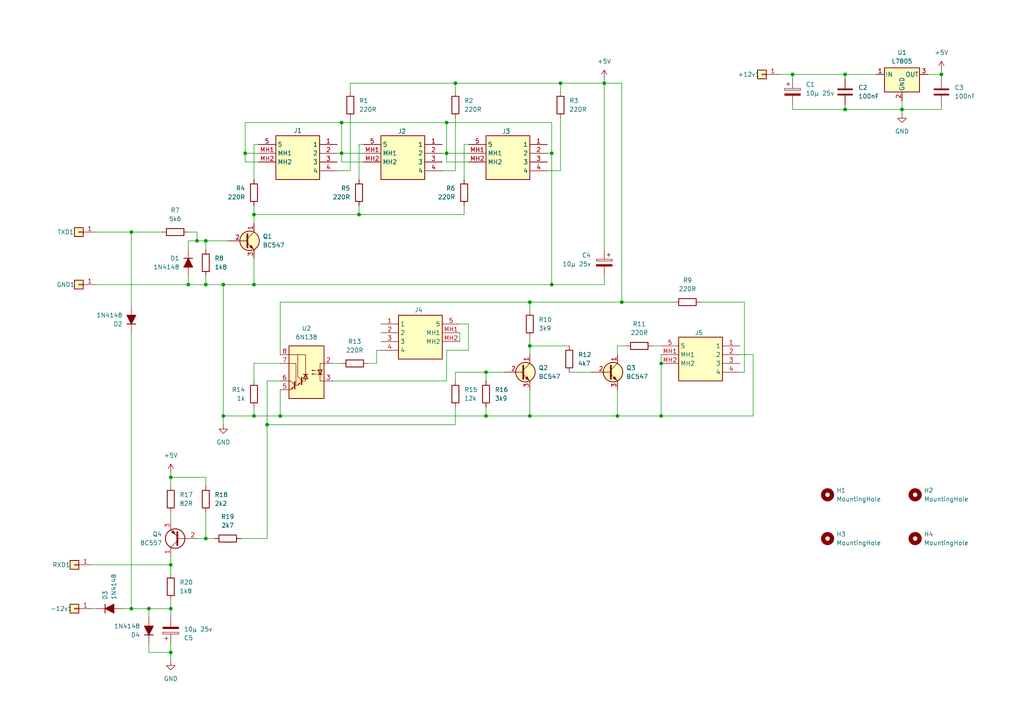
<source format=kicad_sch>
(kicad_sch (version 20250114) (generator "eeschema") (generator_version "9.0")
  (paper "A4")
  (lib_symbols
    (symbol "Connector_Generic:Conn_01x01" (pin_names (offset 1.016) (hide yes))
      (property "Reference" "J" (at 0 2.54 0))
      (property "Value" "Conn_01x01" (at 0 -2.54 0))
      (symbol "Conn_01x01_1_1"
        (rectangle (start -1.27 1.27) (end 1.27 -1.27) (stroke (width 0.254)) (fill (type background)))
        (rectangle (start -1.27 0.127) (end 0 -0.127) (stroke (width 0.1524)))
        (pin passive line (at -5.08 0 0) (length 3.81) (name "Pin_1") (number "1"))
      )
    )
    (symbol "Device:C" (pin_numbers (hide yes)) (pin_names (offset 0.254))
      (property "Reference" "C" (at 0.635 2.54 0))
      (property "Value" "C" (at 0.635 -2.54 0))
      (symbol "C_0_1"
        (polyline (pts (xy -2.032 0.762) (xy 2.032 0.762)) (stroke (width 0.508)))
        (polyline (pts (xy -2.032 -0.762) (xy 2.032 -0.762)) (stroke (width 0.508)))
      )
      (symbol "C_1_1"
        (pin passive line (at 0 3.81 270) (length 2.794) (name "~") (number "1"))
        (pin passive line (at 0 -3.81 90) (length 2.794) (name "~") (number "2"))
      )
    )
    (symbol "Device:C_Polarized" (pin_numbers (hide yes)) (pin_names (offset 0.254))
      (property "Reference" "C" (at 0.635 2.54 0))
      (property "Value" "C_Polarized" (at 0.635 -2.54 0))
      (symbol "C_Polarized_0_1"
        (rectangle (start -2.286 0.508) (end 2.286 1.016))
        (polyline (pts (xy -1.778 2.286) (xy -0.762 2.286)))
        (polyline (pts (xy -1.27 2.794) (xy -1.27 1.778)))
        (rectangle (start 2.286 -0.508) (end -2.286 -1.016) (fill (type outline)))
      )
      (symbol "C_Polarized_1_1"
        (pin passive line (at 0 3.81 270) (length 2.794) (name "~") (number "1"))
        (pin passive line (at 0 -3.81 90) (length 2.794) (name "~") (number "2"))
      )
    )
    (symbol "Device:R" (pin_numbers (hide yes)) (pin_names (offset 0))
      (property "Reference" "R" (at 2.032 0 90))
      (property "Value" "R" (at 0 0 90))
      (symbol "R_0_1"
        (rectangle (start -1.016 -2.54) (end 1.016 2.54) (stroke (width 0.254)))
      )
      (symbol "R_1_1"
        (pin passive line (at 0 3.81 270) (length 1.27) (name "~") (number "1"))
        (pin passive line (at 0 -3.81 90) (length 1.27) (name "~") (number "2"))
      )
    )
    (symbol "Isolator:6N138" (pin_names (offset 1.016) (hide yes))
      (property "Reference" "U" (at -4.064 8.89 0))
      (property "Value" "6N138" (at 2.286 8.89 0))
      (symbol "6N138_0_1"
        (rectangle (start -5.08 7.62) (end 5.08 -7.62) (stroke (width 0.254)) (fill (type background)))
        (polyline (pts (xy -5.08 -2.54) (xy -3.937 -2.54) (xy -3.937 2.54) (xy -5.08 2.54)))
        (polyline (pts (xy -4.572 -0.635) (xy -3.302 -0.635)) (stroke (width 0.254)))
        (polyline (pts (xy -3.937 -0.635) (xy -4.572 0.635) (xy -3.302 0.635) (xy -3.937 -0.635)) (stroke (width 0.254)))
        (polyline (pts (xy -2.794 0.508) (xy -1.524 0.508) (xy -1.905 0.381) (xy -1.905 0.635) (xy -1.524 0.508)))
        (polyline (pts (xy -2.794 -0.508) (xy -1.524 -0.508) (xy -1.905 -0.635) (xy -1.905 -0.381) (xy -1.524 -0.508)))
        (polyline (pts (xy 0.254 -0.635) (xy 0.889 -1.905) (xy -0.381 -1.905) (xy 0.254 -0.635)) (stroke (width 0.254)))
        (polyline (pts (xy 0.889 -0.635) (xy -0.381 -0.635)) (stroke (width 0.254)))
        (polyline (pts (xy 1.27 -2.54) (xy 0.254 -2.54) (xy 0.254 5.08) (xy 2.54 5.08)))
        (polyline (pts (xy 1.397 -1.524) (xy 1.397 -3.556) (xy 1.397 -3.556)) (stroke (width 0.3556)))
        (polyline (pts (xy 1.397 -2.413) (xy 2.54 -1.27)))
        (polyline (pts (xy 1.397 -2.667) (xy 2.54 -3.81)))
        (polyline (pts (xy 2.413 -3.683) (xy 2.159 -3.175) (xy 1.905 -3.429) (xy 2.413 -3.683)))
        (polyline (pts (xy 2.54 -1.27) (xy 2.54 5.08) (xy 5.08 5.08)))
        (polyline (pts (xy 2.54 -3.81) (xy 3.175 -3.81)))
        (polyline (pts (xy 3.429 -2.794) (xy 3.429 -4.826) (xy 3.429 -4.826)) (stroke (width 0.3556)))
        (polyline (pts (xy 3.429 -3.683) (xy 4.572 -2.54)))
        (polyline (pts (xy 3.429 -3.937) (xy 4.572 -5.08)))
        (polyline (pts (xy 4.445 -4.953) (xy 4.191 -4.445) (xy 3.937 -4.699) (xy 4.445 -4.953)))
        (polyline (pts (xy 4.572 -2.54) (xy 5.08 -2.54)))
        (polyline (pts (xy 4.572 -5.08) (xy 5.08 -5.08)))
        (polyline (pts (xy 5.08 2.54) (xy 3.048 2.54) (xy 3.048 -3.81)))
      )
      (symbol "6N138_1_1"
        (pin passive line (at -7.62 2.54 0) (length 2.54) (name "C1") (number "2"))
        (pin passive line (at -7.62 -2.54 0) (length 2.54) (name "C2") (number "3"))
        (pin no_connect line (at -5.08 5.08 0) (length 2.54) (hide yes) (name "NC") (number "1"))
        (pin no_connect line (at -5.08 -5.08 0) (length 2.54) (hide yes) (name "NC") (number "4"))
        (pin passive line (at 7.62 5.08 180) (length 2.54) (name "VCC") (number "8"))
        (pin passive line (at 7.62 2.54 180) (length 2.54) (name "VO1") (number "7"))
        (pin passive line (at 7.62 -2.54 180) (length 2.54) (name "VO2") (number "6"))
        (pin passive line (at 7.62 -5.08 180) (length 2.54) (name "GND") (number "5"))
      )
    )
    (symbol "KCDX-5S-N:KCDX-5S-N"
      (property "Reference" "J" (at 19.05 7.62 0))
      (property "Value" "KCDX-5S-N" (at 19.05 5.08 0))
      (symbol "KCDX-5S-N_1_1"
        (rectangle (start 5.08 2.54) (end 17.78 -10.16) (stroke (width 0.254)) (fill (type background)))
        (pin passive line (at 0 0 0) (length 5.08) (name "1") (number "1"))
        (pin passive line (at 0 -2.54 0) (length 5.08) (name "2") (number "2"))
        (pin passive line (at 0 -5.08 0) (length 5.08) (name "3") (number "3"))
        (pin passive line (at 0 -7.62 0) (length 5.08) (name "4") (number "4"))
        (pin passive line (at 22.86 0 180) (length 5.08) (name "5") (number "5"))
        (pin passive line (at 22.86 -2.54 180) (length 5.08) (name "MH1") (number "MH1"))
        (pin passive line (at 22.86 -5.08 180) (length 5.08) (name "MH2") (number "MH2"))
      )
    )
    (symbol "Mechanical:MountingHole" (pin_names (offset 1.016)) (in_bom no)
      (property "Reference" "H" (at 0 5.08 0))
      (property "Value" "MountingHole" (at 0 3.175 0))
      (symbol "MountingHole_0_1"
        (circle (center 0 0) (radius 1.27) (stroke (width 1.27)))
      )
    )
    (symbol "PCM_Diode_AKL:1N4148" (pin_numbers (hide yes)) (pin_names (offset 1.016) (hide yes))
      (property "Reference" "D" (at 0 5.08 0))
      (property "Value" "1N4148" (at 0 2.54 0))
      (symbol "1N4148_0_1"
        (polyline (pts (xy -1.27 1.27) (xy -1.27 -1.27) (xy 1.27 0) (xy -1.27 1.27)) (stroke (width 0.254)) (fill (type outline)))
        (polyline (pts (xy -1.27 0) (xy 1.27 0)))
        (polyline (pts (xy 1.27 1.27) (xy 1.27 -1.27)) (stroke (width 0.254)))
      )
      (symbol "1N4148_0_2"
        (polyline (pts (xy -2.54 -2.54) (xy 2.54 2.54)))
        (polyline (pts (xy -0.889 -0.889) (xy -1.778 0) (xy 0.889 0.889) (xy 0 -1.778) (xy -0.889 -0.889)) (stroke (width 0.254)) (fill (type outline)))
        (polyline (pts (xy 0 1.778) (xy 1.778 0)) (stroke (width 0.254)))
      )
      (symbol "1N4148_1_1"
        (pin passive line (at -3.81 0 0) (length 2.54) (name "A") (number "2"))
        (pin passive line (at 3.81 0 180) (length 2.54) (name "K") (number "1"))
      )
      (symbol "1N4148_1_2"
        (pin passive line (at -2.54 -2.54 0) (length 0) (name "A") (number "2"))
        (pin passive line (at 2.54 2.54 180) (length 0) (name "K") (number "1"))
      )
    )
    (symbol "PCM_Transistor_BJT_AKL:BC547" (pin_names (hide yes))
      (property "Reference" "Q" (at 5.08 1.27 0))
      (property "Value" "BC547" (at 5.08 -1.27 0))
      (symbol "BC547_0_1"
        (polyline (pts (xy 0.635 1.905) (xy 0.635 -1.905) (xy 0.635 -1.905)) (stroke (width 0.508)))
        (polyline (pts (xy 0.635 0.635) (xy 2.54 2.54)))
        (polyline (pts (xy 0.635 -0.635) (xy 2.54 -2.54) (xy 2.54 -2.54)))
        (circle (center 1.27 0) (radius 2.8194) (stroke (width 0.254)) (fill (type background)))
        (polyline (pts (xy 1.27 -1.778) (xy 1.778 -1.27) (xy 2.286 -2.286) (xy 1.27 -1.778) (xy 1.27 -1.778)) (fill (type outline)))
      )
      (symbol "BC547_1_1"
        (pin input line (at -5.08 0 0) (length 5.715) (name "B") (number "2"))
        (pin passive line (at 2.54 5.08 270) (length 2.54) (name "C") (number "1"))
        (pin passive line (at 2.54 -5.08 90) (length 2.54) (name "E") (number "3"))
      )
    )
    (symbol "Regulator_Linear:L7805" (pin_names (offset 0.254))
      (property "Reference" "U" (at -3.81 3.175 0))
      (property "Value" "L7805" (at 0 3.175 0))
      (symbol "L7805_0_1"
        (rectangle (start -5.08 1.905) (end 5.08 -5.08) (stroke (width 0.254)) (fill (type background)))
      )
      (symbol "L7805_1_1"
        (pin power_in line (at -7.62 0 0) (length 2.54) (name "IN") (number "1"))
        (pin power_in line (at 0 -7.62 90) (length 2.54) (name "GND") (number "2"))
        (pin power_out line (at 7.62 0 180) (length 2.54) (name "OUT") (number "3"))
      )
    )
    (symbol "Transistor_BJT:BC557" (pin_names (offset 0) (hide yes))
      (property "Reference" "Q" (at 5.08 1.905 0))
      (property "Value" "BC557" (at 5.08 0 0))
      (symbol "BC557_0_1"
        (polyline (pts (xy -2.54 0) (xy 0.635 0)))
        (polyline (pts (xy 0.635 1.905) (xy 0.635 -1.905)) (stroke (width 0.508)))
        (polyline (pts (xy 0.635 0.635) (xy 2.54 2.54)))
        (polyline (pts (xy 0.635 -0.635) (xy 2.54 -2.54)))
        (circle (center 1.27 0) (radius 2.8194) (stroke (width 0.254)))
        (polyline (pts (xy 2.286 -1.778) (xy 1.778 -2.286) (xy 1.27 -1.27) (xy 2.286 -1.778)) (fill (type outline)))
      )
      (symbol "BC557_1_1"
        (pin input line (at -5.08 0 0) (length 2.54) (name "B") (number "2"))
        (pin passive line (at 2.54 5.08 270) (length 2.54) (name "C") (number "1"))
        (pin passive line (at 2.54 -5.08 90) (length 2.54) (name "E") (number "3"))
      )
    )
    (symbol "power:+5V" (power) (pin_numbers (hide yes)) (pin_names (offset 0) (hide yes))
      (property "Value" "+5V" (at 0 3.556 0))
      (symbol "+5V_0_1"
        (polyline (pts (xy -0.762 1.27) (xy 0 2.54)))
        (polyline (pts (xy 0 2.54) (xy 0.762 1.27)))
        (polyline (pts (xy 0 0) (xy 0 2.54)))
      )
      (symbol "+5V_1_1"
        (pin power_in line (at 0 0 90) (length 0) (name "~") (number "1"))
      )
    )
    (symbol "power:GND" (power) (pin_numbers (hide yes)) (pin_names (offset 0) (hide yes))
      (property "Value" "GND" (at 0 -3.81 0))
      (symbol "GND_0_1"
        (polyline (pts (xy 0 0) (xy 0 -1.27) (xy 1.27 -1.27) (xy 0 -2.54) (xy -1.27 -1.27) (xy 0 -1.27)))
      )
      (symbol "GND_1_1"
        (pin power_in line (at 0 0 270) (length 0) (name "~") (number "1"))
      )
    )
  )
  (junction (at 160.02 82.55))
  (junction (at 77.47 123.19))
  (junction (at 132.08 24.13))
  (junction (at 104.14 62.23))
  (junction (at 99.06 35.56))
  (junction (at 99.06 44.45))
  (junction (at 153.67 87.63))
  (junction (at 162.56 24.13))
  (junction (at 59.69 69.85))
  (junction (at 59.69 82.55))
  (junction (at 129.54 44.45))
  (junction (at 191.77 105.41))
  (junction (at 261.62 31.75))
  (junction (at 191.77 120.65))
  (junction (at 59.69 156.21))
  (junction (at 175.26 24.13))
  (junction (at 73.66 82.55))
  (junction (at 153.67 100.33))
  (junction (at 73.66 120.65))
  (junction (at 49.53 163.83))
  (junction (at 179.07 120.65))
  (junction (at 49.53 189.23))
  (junction (at 73.66 62.23))
  (junction (at 71.12 44.45))
  (junction (at 81.28 120.65))
  (junction (at 38.1 176.53))
  (junction (at 57.15 69.85))
  (junction (at 273.05 21.59))
  (junction (at 153.67 120.65))
  (junction (at 245.11 31.75))
  (junction (at 229.87 21.59))
  (junction (at 129.54 35.56))
  (junction (at 140.97 107.95))
  (junction (at 54.61 82.55))
  (junction (at 180.34 87.63))
  (junction (at 49.53 138.43))
  (junction (at 160.02 44.45))
  (junction (at 64.77 82.55))
  (junction (at 140.97 120.65))
  (junction (at 38.1 67.31))
  (junction (at 49.53 176.53))
  (junction (at 64.77 120.65))
  (junction (at 43.18 176.53))
  (junction (at 245.11 21.59))
  (wire (pts (xy 49.53 148.59) (xy 49.53 151.13)))
  (wire (pts (xy 129.54 110.49) (xy 129.54 101.6)))
  (wire (pts (xy 49.53 189.23) (xy 43.18 189.23)))
  (wire (pts (xy 162.56 26.67) (xy 162.56 24.13)))
  (wire (pts (xy 77.47 156.21) (xy 77.47 123.19)))
  (wire (pts (xy 191.77 102.87) (xy 191.77 105.41)))
  (wire (pts (xy 69.85 156.21) (xy 77.47 156.21)))
  (wire (pts (xy 218.44 102.87) (xy 218.44 120.65)))
  (wire (pts (xy 162.56 34.29) (xy 162.56 49.53)))
  (wire (pts (xy 229.87 30.48) (xy 229.87 31.75)))
  (wire (pts (xy 81.28 120.65) (xy 73.66 120.65)))
  (wire (pts (xy 175.26 24.13) (xy 175.26 72.39)))
  (wire (pts (xy 59.69 82.55) (xy 54.61 82.55)))
  (wire (pts (xy 175.26 22.86) (xy 175.26 24.13)))
  (wire (pts (xy 101.6 24.13) (xy 132.08 24.13)))
  (wire (pts (xy 245.11 30.48) (xy 245.11 31.75)))
  (wire (pts (xy 59.69 69.85) (xy 57.15 69.85)))
  (wire (pts (xy 73.66 118.11) (xy 73.66 120.65)))
  (wire (pts (xy 99.06 44.45) (xy 105.41 44.45)))
  (wire (pts (xy 49.53 163.83) (xy 49.53 166.37)))
  (wire (pts (xy 81.28 87.63) (xy 153.67 87.63)))
  (wire (pts (xy 26.67 163.83) (xy 49.53 163.83)))
  (wire (pts (xy 134.62 41.91) (xy 135.89 41.91)))
  (wire (pts (xy 273.05 30.48) (xy 273.05 31.75)))
  (wire (pts (xy 71.12 46.99) (xy 71.12 44.45)))
  (wire (pts (xy 64.77 82.55) (xy 64.77 120.65)))
  (wire (pts (xy 73.66 82.55) (xy 160.02 82.55)))
  (wire (pts (xy 179.07 100.33) (xy 181.61 100.33)))
  (wire (pts (xy 38.1 67.31) (xy 46.99 67.31)))
  (wire (pts (xy 105.41 46.99) (xy 99.06 46.99)))
  (wire (pts (xy 214.63 102.87) (xy 218.44 102.87)))
  (wire (pts (xy 214.63 107.95) (xy 215.9 107.95)))
  (wire (pts (xy 104.14 59.69) (xy 104.14 62.23)))
  (wire (pts (xy 54.61 69.85) (xy 54.61 72.39)))
  (wire (pts (xy 160.02 35.56) (xy 160.02 44.45)))
  (wire (pts (xy 261.62 31.75) (xy 273.05 31.75)))
  (wire (pts (xy 191.77 120.65) (xy 218.44 120.65)))
  (wire (pts (xy 106.68 105.41) (xy 109.22 105.41)))
  (wire (pts (xy 135.89 101.6) (xy 135.89 93.98)))
  (wire (pts (xy 158.75 49.53) (xy 162.56 49.53)))
  (wire (pts (xy 180.34 87.63) (xy 195.58 87.63)))
  (wire (pts (xy 71.12 44.45) (xy 71.12 35.56)))
  (wire (pts (xy 49.53 189.23) (xy 49.53 191.77)))
  (wire (pts (xy 215.9 107.95) (xy 215.9 87.63)))
  (wire (pts (xy 153.67 100.33) (xy 153.67 102.87)))
  (wire (pts (xy 59.69 69.85) (xy 59.69 72.39)))
  (wire (pts (xy 134.62 52.07) (xy 134.62 41.91)))
  (wire (pts (xy 81.28 113.03) (xy 81.28 120.65)))
  (wire (pts (xy 49.53 186.69) (xy 49.53 189.23)))
  (wire (pts (xy 162.56 24.13) (xy 175.26 24.13)))
  (wire (pts (xy 54.61 82.55) (xy 54.61 80.01)))
  (wire (pts (xy 64.77 82.55) (xy 59.69 82.55)))
  (wire (pts (xy 38.1 96.52) (xy 38.1 176.53)))
  (wire (pts (xy 128.27 49.53) (xy 132.08 49.53)))
  (wire (pts (xy 140.97 107.95) (xy 140.97 110.49)))
  (wire (pts (xy 132.08 24.13) (xy 162.56 24.13)))
  (wire (pts (xy 71.12 35.56) (xy 99.06 35.56)))
  (wire (pts (xy 132.08 110.49) (xy 132.08 107.95)))
  (wire (pts (xy 160.02 82.55) (xy 175.26 82.55)))
  (wire (pts (xy 269.24 21.59) (xy 273.05 21.59)))
  (wire (pts (xy 99.06 44.45) (xy 99.06 46.99)))
  (wire (pts (xy 203.2 87.63) (xy 215.9 87.63)))
  (wire (pts (xy 153.67 120.65) (xy 140.97 120.65)))
  (wire (pts (xy 73.66 74.93) (xy 73.66 82.55)))
  (wire (pts (xy 99.06 35.56) (xy 129.54 35.56)))
  (wire (pts (xy 133.35 93.98) (xy 135.89 93.98)))
  (wire (pts (xy 97.79 49.53) (xy 101.6 49.53)))
  (wire (pts (xy 71.12 44.45) (xy 74.93 44.45)))
  (wire (pts (xy 261.62 31.75) (xy 261.62 33.02)))
  (wire (pts (xy 104.14 62.23) (xy 134.62 62.23)))
  (wire (pts (xy 135.89 46.99) (xy 129.54 46.99)))
  (wire (pts (xy 43.18 179.07) (xy 43.18 176.53)))
  (wire (pts (xy 57.15 69.85) (xy 54.61 69.85)))
  (wire (pts (xy 140.97 118.11) (xy 140.97 120.65)))
  (wire (pts (xy 38.1 176.53) (xy 43.18 176.53)))
  (wire (pts (xy 38.1 67.31) (xy 38.1 88.9)))
  (wire (pts (xy 175.26 80.01) (xy 175.26 82.55)))
  (wire (pts (xy 49.53 173.99) (xy 49.53 176.53)))
  (wire (pts (xy 180.34 24.13) (xy 180.34 87.63)))
  (wire (pts (xy 73.66 105.41) (xy 73.66 110.49)))
  (wire (pts (xy 229.87 31.75) (xy 245.11 31.75)))
  (wire (pts (xy 191.77 105.41) (xy 191.77 120.65)))
  (wire (pts (xy 54.61 67.31) (xy 57.15 67.31)))
  (wire (pts (xy 134.62 59.69) (xy 134.62 62.23)))
  (wire (pts (xy 153.67 113.03) (xy 153.67 120.65)))
  (wire (pts (xy 101.6 24.13) (xy 101.6 26.67)))
  (wire (pts (xy 64.77 120.65) (xy 64.77 123.19)))
  (wire (pts (xy 229.87 22.86) (xy 229.87 21.59)))
  (wire (pts (xy 129.54 44.45) (xy 135.89 44.45)))
  (wire (pts (xy 132.08 118.11) (xy 132.08 123.19)))
  (wire (pts (xy 261.62 29.21) (xy 261.62 31.75)))
  (wire (pts (xy 49.53 138.43) (xy 59.69 138.43)))
  (wire (pts (xy 77.47 123.19) (xy 77.47 110.49)))
  (wire (pts (xy 81.28 87.63) (xy 81.28 102.87)))
  (wire (pts (xy 129.54 44.45) (xy 129.54 35.56)))
  (wire (pts (xy 180.34 24.13) (xy 175.26 24.13)))
  (wire (pts (xy 104.14 52.07) (xy 104.14 41.91)))
  (wire (pts (xy 43.18 186.69) (xy 43.18 189.23)))
  (wire (pts (xy 189.23 100.33) (xy 191.77 100.33)))
  (wire (pts (xy 81.28 110.49) (xy 77.47 110.49)))
  (wire (pts (xy 59.69 156.21) (xy 62.23 156.21)))
  (wire (pts (xy 59.69 148.59) (xy 59.69 156.21)))
  (wire (pts (xy 57.15 69.85) (xy 57.15 67.31)))
  (wire (pts (xy 128.27 44.45) (xy 129.54 44.45)))
  (wire (pts (xy 73.66 52.07) (xy 73.66 41.91)))
  (wire (pts (xy 132.08 24.13) (xy 132.08 26.67)))
  (wire (pts (xy 49.53 140.97) (xy 49.53 138.43)))
  (wire (pts (xy 165.1 107.95) (xy 171.45 107.95)))
  (wire (pts (xy 153.67 100.33) (xy 165.1 100.33)))
  (wire (pts (xy 59.69 138.43) (xy 59.69 140.97)))
  (wire (pts (xy 49.53 161.29) (xy 49.53 163.83)))
  (wire (pts (xy 133.35 96.52) (xy 133.35 99.06)))
  (wire (pts (xy 245.11 21.59) (xy 254 21.59)))
  (wire (pts (xy 99.06 44.45) (xy 99.06 35.56)))
  (wire (pts (xy 74.93 46.99) (xy 71.12 46.99)))
  (wire (pts (xy 73.66 41.91) (xy 74.93 41.91)))
  (wire (pts (xy 104.14 41.91) (xy 105.41 41.91)))
  (wire (pts (xy 73.66 82.55) (xy 64.77 82.55)))
  (wire (pts (xy 109.22 105.41) (xy 109.22 101.6)))
  (wire (pts (xy 160.02 44.45) (xy 160.02 82.55)))
  (wire (pts (xy 132.08 34.29) (xy 132.08 49.53)))
  (wire (pts (xy 179.07 113.03) (xy 179.07 120.65)))
  (wire (pts (xy 73.66 59.69) (xy 73.66 62.23)))
  (wire (pts (xy 59.69 80.01) (xy 59.69 82.55)))
  (wire (pts (xy 43.18 176.53) (xy 49.53 176.53)))
  (wire (pts (xy 129.54 35.56) (xy 160.02 35.56)))
  (wire (pts (xy 66.04 69.85) (xy 59.69 69.85)))
  (wire (pts (xy 49.53 137.16) (xy 49.53 138.43)))
  (wire (pts (xy 27.94 67.31) (xy 38.1 67.31)))
  (wire (pts (xy 226.06 21.59) (xy 229.87 21.59)))
  (wire (pts (xy 64.77 120.65) (xy 73.66 120.65)))
  (wire (pts (xy 27.94 82.55) (xy 54.61 82.55)))
  (wire (pts (xy 153.67 97.79) (xy 153.67 100.33)))
  (wire (pts (xy 26.67 176.53) (xy 27.94 176.53)))
  (wire (pts (xy 97.79 44.45) (xy 99.06 44.45)))
  (wire (pts (xy 96.52 105.41) (xy 99.06 105.41)))
  (wire (pts (xy 179.07 102.87) (xy 179.07 100.33)))
  (wire (pts (xy 245.11 21.59) (xy 245.11 22.86)))
  (wire (pts (xy 132.08 123.19) (xy 77.47 123.19)))
  (wire (pts (xy 73.66 62.23) (xy 73.66 64.77)))
  (wire (pts (xy 179.07 120.65) (xy 153.67 120.65)))
  (wire (pts (xy 129.54 101.6) (xy 135.89 101.6)))
  (wire (pts (xy 140.97 107.95) (xy 146.05 107.95)))
  (wire (pts (xy 179.07 120.65) (xy 191.77 120.65)))
  (wire (pts (xy 81.28 105.41) (xy 73.66 105.41)))
  (wire (pts (xy 229.87 21.59) (xy 245.11 21.59)))
  (wire (pts (xy 273.05 21.59) (xy 273.05 22.86)))
  (wire (pts (xy 73.66 62.23) (xy 104.14 62.23)))
  (wire (pts (xy 109.22 101.6) (xy 110.49 101.6)))
  (wire (pts (xy 57.15 156.21) (xy 59.69 156.21)))
  (wire (pts (xy 35.56 176.53) (xy 38.1 176.53)))
  (wire (pts (xy 132.08 107.95) (xy 140.97 107.95)))
  (wire (pts (xy 96.52 110.49) (xy 129.54 110.49)))
  (wire (pts (xy 158.75 44.45) (xy 160.02 44.45)))
  (wire (pts (xy 140.97 120.65) (xy 81.28 120.65)))
  (wire (pts (xy 153.67 87.63) (xy 153.67 90.17)))
  (wire (pts (xy 273.05 20.32) (xy 273.05 21.59)))
  (wire (pts (xy 49.53 176.53) (xy 49.53 179.07)))
  (wire (pts (xy 129.54 46.99) (xy 129.54 44.45)))
  (wire (pts (xy 101.6 34.29) (xy 101.6 49.53)))
  (wire (pts (xy 245.11 31.75) (xy 261.62 31.75)))
  (wire (pts (xy 153.67 87.63) (xy 180.34 87.63)))
  (symbol (lib_id "PCM_Diode_AKL:1N4148") (at 54.61 76.2 90) (unit 1)
    (property "Reference" "D1" (at 52.07 74.9299 90) (effects (justify left)))
    (property "Value" "1N4148" (at 52.07 77.4699 90) (effects (justify left)))
    (property "Footprint" "Diode_THT:D_DO-35_SOD27_P10.16mm_Horizontal" (effects (hide yes)))
    (property "Datasheet" "https://datasheet.octopart.com/1N4148TR-ON-Semiconductor-datasheet-42765246.pdf" (effects (hide yes)))
    (property "Description" "DO-35 Diode, Small Signal, Fast Switching, 75V, 150mA, 4ns, Alternate KiCad Library" (effects (hide yes)))
  )
  (symbol (lib_id "KCDX-5S-N:KCDX-5S-N") (at 158.75 41.91 0) (mirror y) (unit 1)
    (property "Reference" "J3" (at 146.812 38.1 0))
    (property "Value" "DIN-5_180degree" (effects (hide yes)))
    (property "Footprint" "KCDX-5S-N:KCDX5SN" (effects (hide yes)))
    (property "Datasheet" "http://www.kycon.com/Pub_Eng_Draw/KCDX-5S-N.pdf" (effects (hide yes)))
    (property "Description" "Circular DIN Connectors 5P R/A PCB NON SHLD 10mm CIRC DIN RECPT" (effects (hide yes)))
    (property "Height" "19.5" (effects (hide yes)))
    (property "Mouser Part Number" "806-KCDX-5S-N" (effects (hide yes)))
    (property "Mouser Price/Stock" "https://www.mouser.co.uk/ProductDetail/Kycon/KCDX-5S-N?qs=uMQTibCNu0QKDGeRAj6hLg%3D%3D" (effects (hide yes)))
    (property "Manufacturer_Name" "Kycon" (effects (hide yes)))
    (property "Manufacturer_Part_Number" "KCDX-5S-N" (effects (hide yes)))
  )
  (symbol (lib_id "Device:C_Polarized") (at 49.53 182.88 0) (mirror x) (unit 1)
    (property "Reference" "C5" (at 53.34 185.0391 0) (effects (justify left)))
    (property "Value" "10µ 25v" (at 53.34 182.4991 0) (effects (justify left)))
    (property "Footprint" "Capacitor_THT:CP_Radial_D5.0mm_P2.00mm" (effects (hide yes)))
    (property "Description" "Polarized capacitor" (effects (hide yes)))
  )
  (symbol (lib_id "PCM_Diode_AKL:1N4148") (at 38.1 92.71 90) (mirror x) (unit 1)
    (property "Reference" "D2" (at 35.56 93.9801 90) (effects (justify left)))
    (property "Value" "1N4148" (at 35.56 91.4401 90) (effects (justify left)))
    (property "Footprint" "Diode_THT:D_DO-35_SOD27_P10.16mm_Horizontal" (effects (hide yes)))
    (property "Datasheet" "https://datasheet.octopart.com/1N4148TR-ON-Semiconductor-datasheet-42765246.pdf" (effects (hide yes)))
    (property "Description" "DO-35 Diode, Small Signal, Fast Switching, 75V, 150mA, 4ns, Alternate KiCad Library" (effects (hide yes)))
  )
  (symbol (lib_id "power:GND") (at 49.53 191.77 0) (unit 1)
    (property "Reference" "#PWR06" (effects (hide yes)))
    (property "Value" "GND" (at 49.53 196.85 0))
    (property "Description" "Power symbol creates a global label with name \"GND\" , ground" (effects (hide yes)))
  )
  (symbol (lib_id "Device:R") (at 162.56 30.48 0) (unit 1)
    (property "Reference" "R3" (at 165.1 29.2099 0) (effects (justify left)))
    (property "Value" "220R" (at 165.1 31.7499 0) (effects (justify left)))
    (property "Footprint" "PCM_Resistor_THT_AKL:R_Axial_DIN0207_L6.3mm_D2.5mm_P10.16mm_Horizontal" (effects (hide yes)))
    (property "Description" "Resistor" (effects (hide yes)))
  )
  (symbol (lib_id "Mechanical:MountingHole") (at 240.03 156.21 0) (unit 1) (in_bom no)
    (property "Reference" "H3" (at 242.57 154.9399 0) (effects (justify left)))
    (property "Value" "MountingHole" (at 242.57 157.4799 0) (effects (justify left)))
    (property "Footprint" "MountingHole:MountingHole_3.2mm_M3" (effects (hide yes)))
    (property "Description" "Mounting Hole without connection" (effects (hide yes)))
  )
  (symbol (lib_id "Device:C") (at 273.05 26.67 0) (unit 1)
    (property "Reference" "C3" (at 276.86 25.3999 0) (effects (justify left)))
    (property "Value" "100nF" (at 276.86 27.9399 0) (effects (justify left)))
    (property "Footprint" "Capacitor_THT:C_Rect_L4.0mm_W2.5mm_P2.50mm" (effects (hide yes)))
    (property "Description" "Unpolarized capacitor" (effects (hide yes)))
  )
  (symbol (lib_id "PCM_Transistor_BJT_AKL:BC547") (at 151.13 107.95 0) (unit 1)
    (property "Reference" "Q2" (at 156.21 106.6799 0) (effects (justify left)))
    (property "Value" "BC547" (at 156.21 109.2199 0) (effects (justify left)))
    (property "Footprint" "PCM_Package_TO_SOT_THT_AKL:TO-92_Inline_Wide_CBE" (effects (hide yes)))
    (property "Datasheet" "https://www.tme.eu/Document/6c5d898a533a0762c2bc33eb26c283a8/BC546-550-DTE.pdf" (effects (hide yes)))
    (property "Description" "NPN TO-92 transistor, 45V, 100mA, 500mW, Complementary to BC557, Alternate KiCAD Library" (effects (hide yes)))
  )
  (symbol (lib_id "PCM_Diode_AKL:1N4148") (at 43.18 182.88 90) (mirror x) (unit 1)
    (property "Reference" "D4" (at 40.64 184.1501 90) (effects (justify left)))
    (property "Value" "1N4148" (at 40.64 181.6101 90) (effects (justify left)))
    (property "Footprint" "Diode_THT:D_DO-35_SOD27_P10.16mm_Horizontal" (effects (hide yes)))
    (property "Datasheet" "https://datasheet.octopart.com/1N4148TR-ON-Semiconductor-datasheet-42765246.pdf" (effects (hide yes)))
    (property "Description" "DO-35 Diode, Small Signal, Fast Switching, 75V, 150mA, 4ns, Alternate KiCad Library" (effects (hide yes)))
  )
  (symbol (lib_id "Device:R") (at 132.08 30.48 0) (unit 1)
    (property "Reference" "R2" (at 134.62 29.2099 0) (effects (justify left)))
    (property "Value" "220R" (at 134.62 31.7499 0) (effects (justify left)))
    (property "Footprint" "PCM_Resistor_THT_AKL:R_Axial_DIN0207_L6.3mm_D2.5mm_P10.16mm_Horizontal" (effects (hide yes)))
    (property "Description" "Resistor" (effects (hide yes)))
  )
  (symbol (lib_id "power:GND") (at 261.62 33.02 0) (unit 1)
    (property "Reference" "#PWR03" (effects (hide yes)))
    (property "Value" "GND" (at 261.62 38.1 0))
    (property "Description" "Power symbol creates a global label with name \"GND\" , ground" (effects (hide yes)))
  )
  (symbol (lib_id "power:+5V") (at 175.26 22.86 0) (unit 1)
    (property "Reference" "#PWR02" (effects (hide yes)))
    (property "Value" "+5V" (at 175.26 17.78 0))
    (property "Description" "Power symbol creates a global label with name \"+5V\"" (effects (hide yes)))
  )
  (symbol (lib_id "PCM_Diode_AKL:1N4148") (at 31.75 176.53 0) (mirror y) (unit 1)
    (property "Reference" "D3" (at 30.4799 173.99 90) (effects (justify left)))
    (property "Value" "1N4148" (at 33.0199 173.99 90) (effects (justify left)))
    (property "Footprint" "Diode_THT:D_DO-35_SOD27_P10.16mm_Horizontal" (effects (hide yes)))
    (property "Datasheet" "https://datasheet.octopart.com/1N4148TR-ON-Semiconductor-datasheet-42765246.pdf" (effects (hide yes)))
    (property "Description" "DO-35 Diode, Small Signal, Fast Switching, 75V, 150mA, 4ns, Alternate KiCad Library" (effects (hide yes)))
  )
  (symbol (lib_id "Device:R") (at 101.6 30.48 0) (unit 1)
    (property "Reference" "R1" (at 104.14 29.2099 0) (effects (justify left)))
    (property "Value" "220R" (at 104.14 31.7499 0) (effects (justify left)))
    (property "Footprint" "PCM_Resistor_THT_AKL:R_Axial_DIN0207_L6.3mm_D2.5mm_P10.16mm_Horizontal" (effects (hide yes)))
    (property "Description" "Resistor" (effects (hide yes)))
  )
  (symbol (lib_id "Mechanical:MountingHole") (at 265.43 143.51 0) (unit 1) (in_bom no)
    (property "Reference" "H2" (at 267.97 142.2399 0) (effects (justify left)))
    (property "Value" "MountingHole" (at 267.97 144.7799 0) (effects (justify left)))
    (property "Footprint" "MountingHole:MountingHole_3.2mm_M3" (effects (hide yes)))
    (property "Description" "Mounting Hole without connection" (effects (hide yes)))
  )
  (symbol (lib_id "Device:R") (at 59.69 76.2 0) (unit 1)
    (property "Reference" "R8" (at 62.23 74.9299 0) (effects (justify left)))
    (property "Value" "1k8" (at 62.23 77.4699 0) (effects (justify left)))
    (property "Footprint" "PCM_Resistor_THT_AKL:R_Axial_DIN0207_L6.3mm_D2.5mm_P10.16mm_Horizontal" (effects (hide yes)))
    (property "Description" "Resistor" (effects (hide yes)))
  )
  (symbol (lib_id "Connector_Generic:Conn_01x01") (at 22.86 82.55 0) (mirror y) (unit 1)
    (property "Reference" "GND1" (at 19.05 82.55 0))
    (property "Value" "Conn_01x01" (effects (hide yes)))
    (property "Footprint" "Connector_Wire:SolderWire-1.5sqmm_1x01_D1.7mm_OD3.9mm" (effects (hide yes)))
    (property "Description" "Generic connector, single row, 01x01, script generated (kicad-library-utils/schlib/autogen/connector/)" (effects (hide yes)))
  )
  (symbol (lib_id "Device:R") (at 165.1 104.14 0) (unit 1)
    (property "Reference" "R12" (at 167.64 102.8699 0) (effects (justify left)))
    (property "Value" "4k7" (at 167.64 105.4099 0) (effects (justify left)))
    (property "Footprint" "PCM_Resistor_THT_AKL:R_Axial_DIN0207_L6.3mm_D2.5mm_P10.16mm_Horizontal" (effects (hide yes)))
    (property "Description" "Resistor" (effects (hide yes)))
  )
  (symbol (lib_id "Mechanical:MountingHole") (at 240.03 143.51 0) (unit 1) (in_bom no)
    (property "Reference" "H1" (at 242.57 142.2399 0) (effects (justify left)))
    (property "Value" "MountingHole" (at 242.57 144.7799 0) (effects (justify left)))
    (property "Footprint" "MountingHole:MountingHole_3.2mm_M3" (effects (hide yes)))
    (property "Description" "Mounting Hole without connection" (effects (hide yes)))
  )
  (symbol (lib_id "Device:R") (at 50.8 67.31 270) (unit 1)
    (property "Reference" "R7" (at 50.8 60.96 90))
    (property "Value" "5k6" (at 50.8 63.5 90))
    (property "Footprint" "PCM_Resistor_THT_AKL:R_Axial_DIN0207_L6.3mm_D2.5mm_P10.16mm_Horizontal" (effects (hide yes)))
    (property "Description" "Resistor" (effects (hide yes)))
  )
  (symbol (lib_id "Connector_Generic:Conn_01x01") (at 22.86 67.31 0) (mirror y) (unit 1)
    (property "Reference" "TXD1" (at 19.05 67.31 0))
    (property "Value" "Conn_01x01" (effects (hide yes)))
    (property "Footprint" "Connector_Wire:SolderWire-1.5sqmm_1x01_D1.7mm_OD3.9mm" (effects (hide yes)))
    (property "Description" "Generic connector, single row, 01x01, script generated (kicad-library-utils/schlib/autogen/connector/)" (effects (hide yes)))
  )
  (symbol (lib_id "Transistor_BJT:BC557") (at 52.07 156.21 180) (unit 1)
    (property "Reference" "Q4" (at 46.99 154.9399 0) (effects (justify left)))
    (property "Value" "BC557" (at 46.99 157.4799 0) (effects (justify left)))
    (property "Footprint" "Package_TO_SOT_THT:TO-92_Inline" (effects (hide yes)))
    (property "Datasheet" "https://www.onsemi.com/pub/Collateral/BC556BTA-D.pdf" (effects (hide yes)))
    (property "Description" "0.1A Ic, 45V Vce, PNP Small Signal Transistor, TO-92" (effects (hide yes)))
  )
  (symbol (lib_id "Device:R") (at 185.42 100.33 90) (unit 1)
    (property "Reference" "R11" (at 185.42 93.98 90))
    (property "Value" "220R" (at 185.42 96.52 90))
    (property "Footprint" "PCM_Resistor_THT_AKL:R_Axial_DIN0207_L6.3mm_D2.5mm_P10.16mm_Horizontal" (effects (hide yes)))
    (property "Description" "Resistor" (effects (hide yes)))
  )
  (symbol (lib_id "Device:R") (at 199.39 87.63 90) (unit 1)
    (property "Reference" "R9" (at 199.39 81.28 90))
    (property "Value" "220R" (at 199.39 83.82 90))
    (property "Footprint" "PCM_Resistor_THT_AKL:R_Axial_DIN0207_L6.3mm_D2.5mm_P10.16mm_Horizontal" (effects (hide yes)))
    (property "Description" "Resistor" (effects (hide yes)))
  )
  (symbol (lib_id "PCM_Transistor_BJT_AKL:BC547") (at 176.53 107.95 0) (unit 1)
    (property "Reference" "Q3" (at 181.61 106.6799 0) (effects (justify left)))
    (property "Value" "BC547" (at 181.61 109.2199 0) (effects (justify left)))
    (property "Footprint" "PCM_Package_TO_SOT_THT_AKL:TO-92_Inline_Wide_CBE" (effects (hide yes)))
    (property "Datasheet" "https://www.tme.eu/Document/6c5d898a533a0762c2bc33eb26c283a8/BC546-550-DTE.pdf" (effects (hide yes)))
    (property "Description" "NPN TO-92 transistor, 45V, 100mA, 500mW, Complementary to BC557, Alternate KiCAD Library" (effects (hide yes)))
  )
  (symbol (lib_id "KCDX-5S-N:KCDX-5S-N") (at 110.49 93.98 0) (unit 1)
    (property "Reference" "J4" (at 121.412 89.916 0))
    (property "Value" "DIN-5_180degree" (effects (hide yes)))
    (property "Footprint" "KCDX-5S-N:KCDX5SN" (effects (hide yes)))
    (property "Datasheet" "http://www.kycon.com/Pub_Eng_Draw/KCDX-5S-N.pdf" (effects (hide yes)))
    (property "Description" "Circular DIN Connectors 5P R/A PCB NON SHLD 10mm CIRC DIN RECPT" (effects (hide yes)))
  )
  (symbol (lib_id "power:+5V") (at 273.05 20.32 0) (unit 1)
    (property "Reference" "#PWR01" (effects (hide yes)))
    (property "Value" "+5V" (at 273.05 15.24 0))
    (property "Description" "Power symbol creates a global label with name \"+5V\"" (effects (hide yes)))
  )
  (symbol (lib_id "Device:R") (at 134.62 55.88 0) (mirror y) (unit 1)
    (property "Reference" "R6" (at 132.08 54.6099 0) (effects (justify left)))
    (property "Value" "220R" (at 132.08 57.1499 0) (effects (justify left)))
    (property "Footprint" "PCM_Resistor_THT_AKL:R_Axial_DIN0207_L6.3mm_D2.5mm_P10.16mm_Horizontal" (effects (hide yes)))
    (property "Description" "Resistor" (effects (hide yes)))
  )
  (symbol (lib_id "Device:R") (at 49.53 170.18 0) (unit 1)
    (property "Reference" "R20" (at 52.07 168.9099 0) (effects (justify left)))
    (property "Value" "1k8" (at 52.07 171.4499 0) (effects (justify left)))
    (property "Footprint" "PCM_Resistor_THT_AKL:R_Axial_DIN0207_L6.3mm_D2.5mm_P10.16mm_Horizontal" (effects (hide yes)))
    (property "Description" "Resistor" (effects (hide yes)))
  )
  (symbol (lib_id "Device:R") (at 140.97 114.3 0) (unit 1)
    (property "Reference" "R16" (at 143.51 113.0299 0) (effects (justify left)))
    (property "Value" "3k9" (at 143.51 115.5699 0) (effects (justify left)))
    (property "Footprint" "PCM_Resistor_THT_AKL:R_Axial_DIN0207_L6.3mm_D2.5mm_P10.16mm_Horizontal" (effects (hide yes)))
    (property "Description" "Resistor" (effects (hide yes)))
  )
  (symbol (lib_id "Device:C") (at 245.11 26.67 0) (unit 1)
    (property "Reference" "C2" (at 248.92 25.3999 0) (effects (justify left)))
    (property "Value" "100nF" (at 248.92 27.9399 0) (effects (justify left)))
    (property "Footprint" "Capacitor_THT:C_Rect_L4.0mm_W2.5mm_P2.50mm" (effects (hide yes)))
    (property "Description" "Unpolarized capacitor" (effects (hide yes)))
  )
  (symbol (lib_id "Isolator:6N138") (at 88.9 107.95 0) (mirror y) (unit 1)
    (property "Reference" "U2" (at 88.9 95.25 0))
    (property "Value" "6N138" (at 88.9 97.79 0))
    (property "Footprint" "PCM_Package_DIP_AKL:DIP-8_W7.62mm_Socket" (effects (hide yes)))
    (property "Datasheet" "http://www.onsemi.com/pub/Collateral/HCPL2731-D.pdf" (effects (hide yes)))
    (property "Description" "Low Input Current high Gain Split Darlington Optocouplers, -0.5V to 7V VDD, DIP-8" (effects (hide yes)))
  )
  (symbol (lib_id "Regulator_Linear:L7805") (at 261.62 21.59 0) (unit 1)
    (property "Reference" "U1" (at 261.62 15.24 0))
    (property "Value" "L7805" (at 261.62 17.78 0))
    (property "Footprint" "Package_TO_SOT_THT:TO-220-3_Vertical" (effects (hide yes)))
    (property "Datasheet" "http://www.st.com/content/ccc/resource/technical/document/datasheet/41/4f/b3/b0/12/d4/47/88/CD00000444.pdf/files/CD00000444.pdf/jcr:content/translations/en.CD00000444.pdf" (effects (hide yes)))
    (property "Description" "Positive 1.5A 35V Linear Regulator, Fixed Output 5V, TO-220/TO-263/TO-252" (effects (hide yes)))
  )
  (symbol (lib_id "Device:R") (at 59.69 144.78 0) (unit 1)
    (property "Reference" "R18" (at 62.23 143.5099 0) (effects (justify left)))
    (property "Value" "2k2" (at 62.23 146.0499 0) (effects (justify left)))
    (property "Footprint" "PCM_Resistor_THT_AKL:R_Axial_DIN0207_L6.3mm_D2.5mm_P10.16mm_Horizontal" (effects (hide yes)))
    (property "Description" "Resistor" (effects (hide yes)))
  )
  (symbol (lib_id "Connector_Generic:Conn_01x01") (at 21.59 176.53 0) (mirror y) (unit 1)
    (property "Reference" "-12v1" (at 17.78 176.53 0))
    (property "Value" "Conn_01x01" (effects (hide yes)))
    (property "Footprint" "Connector_Wire:SolderWire-1.5sqmm_1x01_D1.7mm_OD3.9mm" (effects (hide yes)))
    (property "Description" "Generic connector, single row, 01x01, script generated (kicad-library-utils/schlib/autogen/connector/)" (effects (hide yes)))
  )
  (symbol (lib_id "Mechanical:MountingHole") (at 265.43 156.21 0) (unit 1) (in_bom no)
    (property "Reference" "H4" (at 267.97 154.9399 0) (effects (justify left)))
    (property "Value" "MountingHole" (at 267.97 157.4799 0) (effects (justify left)))
    (property "Footprint" "MountingHole:MountingHole_3.2mm_M3" (effects (hide yes)))
    (property "Description" "Mounting Hole without connection" (effects (hide yes)))
  )
  (symbol (lib_id "power:+5V") (at 49.53 137.16 0) (unit 1)
    (property "Reference" "#PWR05" (effects (hide yes)))
    (property "Value" "+5V" (at 49.53 132.08 0))
    (property "Description" "Power symbol creates a global label with name \"+5V\"" (effects (hide yes)))
  )
  (symbol (lib_id "Device:R") (at 66.04 156.21 90) (unit 1)
    (property "Reference" "R19" (at 66.04 149.86 90))
    (property "Value" "2k7" (at 66.04 152.4 90))
    (property "Footprint" "PCM_Resistor_THT_AKL:R_Axial_DIN0207_L6.3mm_D2.5mm_P10.16mm_Horizontal" (effects (hide yes)))
    (property "Description" "Resistor" (effects (hide yes)))
  )
  (symbol (lib_id "KCDX-5S-N:KCDX-5S-N") (at 214.63 100.33 0) (mirror y) (unit 1)
    (property "Reference" "J5" (at 202.692 96.52 0))
    (property "Value" "DIN-5_180degree" (effects (hide yes)))
    (property "Footprint" "KCDX-5S-N:KCDX5SN" (effects (hide yes)))
    (property "Datasheet" "http://www.kycon.com/Pub_Eng_Draw/KCDX-5S-N.pdf" (effects (hide yes)))
    (property "Description" "Circular DIN Connectors 5P R/A PCB NON SHLD 10mm CIRC DIN RECPT" (effects (hide yes)))
  )
  (symbol (lib_id "Device:C_Polarized") (at 229.87 26.67 0) (unit 1)
    (property "Reference" "C1" (at 233.68 24.5109 0) (effects (justify left)))
    (property "Value" "10µ 25v" (at 233.68 27.0509 0) (effects (justify left)))
    (property "Footprint" "Capacitor_THT:CP_Radial_D5.0mm_P2.00mm" (effects (hide yes)))
    (property "Description" "Polarized capacitor" (effects (hide yes)))
  )
  (symbol (lib_id "Device:R") (at 49.53 144.78 0) (unit 1)
    (property "Reference" "R17" (at 52.07 143.5099 0) (effects (justify left)))
    (property "Value" "82R" (at 52.07 146.0499 0) (effects (justify left)))
    (property "Footprint" "PCM_Resistor_THT_AKL:R_Axial_DIN0207_L6.3mm_D2.5mm_P10.16mm_Horizontal" (effects (hide yes)))
    (property "Description" "Resistor" (effects (hide yes)))
  )
  (symbol (lib_id "Device:R") (at 153.67 93.98 0) (unit 1)
    (property "Reference" "R10" (at 156.21 92.7099 0) (effects (justify left)))
    (property "Value" "3k9" (at 156.21 95.2499 0) (effects (justify left)))
    (property "Footprint" "PCM_Resistor_THT_AKL:R_Axial_DIN0207_L6.3mm_D2.5mm_P10.16mm_Horizontal" (effects (hide yes)))
    (property "Description" "Resistor" (effects (hide yes)))
  )
  (symbol (lib_id "KCDX-5S-N:KCDX-5S-N") (at 97.79 41.91 0) (mirror y) (unit 1)
    (property "Reference" "J1" (at 86.36 37.846 0))
    (property "Value" "DIN-5_180degree" (effects (hide yes)))
    (property "Footprint" "KCDX-5S-N:KCDX5SN" (effects (hide yes)))
    (property "Datasheet" "http://www.kycon.com/Pub_Eng_Draw/KCDX-5S-N.pdf" (effects (hide yes)))
    (property "Description" "Circular DIN Connectors 5P R/A PCB NON SHLD 10mm CIRC DIN RECPT" (effects (hide yes)))
    (property "Height" "19.5" (effects (hide yes)))
    (property "Mouser Part Number" "806-KCDX-5S-N" (effects (hide yes)))
    (property "Mouser Price/Stock" "https://www.mouser.co.uk/ProductDetail/Kycon/KCDX-5S-N?qs=uMQTibCNu0QKDGeRAj6hLg%3D%3D" (effects (hide yes)))
    (property "Manufacturer_Name" "Kycon" (effects (hide yes)))
    (property "Manufacturer_Part_Number" "KCDX-5S-N" (effects (hide yes)))
  )
  (symbol (lib_id "Device:R") (at 73.66 114.3 0) (mirror y) (unit 1)
    (property "Reference" "R14" (at 71.12 113.0299 0) (effects (justify left)))
    (property "Value" "1k" (at 71.12 115.5699 0) (effects (justify left)))
    (property "Footprint" "PCM_Resistor_THT_AKL:R_Axial_DIN0207_L6.3mm_D2.5mm_P10.16mm_Horizontal" (effects (hide yes)))
    (property "Description" "Resistor" (effects (hide yes)))
  )
  (symbol (lib_id "Connector_Generic:Conn_01x01") (at 21.59 163.83 0) (mirror y) (unit 1)
    (property "Reference" "RXD1" (at 17.78 163.83 0))
    (property "Value" "Conn_01x01" (effects (hide yes)))
    (property "Footprint" "Connector_Wire:SolderWire-1.5sqmm_1x01_D1.7mm_OD3.9mm" (effects (hide yes)))
    (property "Description" "Generic connector, single row, 01x01, script generated (kicad-library-utils/schlib/autogen/connector/)" (effects (hide yes)))
  )
  (symbol (lib_id "Device:R") (at 132.08 114.3 0) (unit 1)
    (property "Reference" "R15" (at 134.62 113.0299 0) (effects (justify left)))
    (property "Value" "12k" (at 134.62 115.5699 0) (effects (justify left)))
    (property "Footprint" "PCM_Resistor_THT_AKL:R_Axial_DIN0207_L6.3mm_D2.5mm_P10.16mm_Horizontal" (effects (hide yes)))
    (property "Description" "Resistor" (effects (hide yes)))
  )
  (symbol (lib_id "Device:R") (at 73.66 55.88 0) (mirror y) (unit 1)
    (property "Reference" "R4" (at 71.12 54.6099 0) (effects (justify left)))
    (property "Value" "220R" (at 71.12 57.1499 0) (effects (justify left)))
    (property "Footprint" "PCM_Resistor_THT_AKL:R_Axial_DIN0207_L6.3mm_D2.5mm_P10.16mm_Horizontal" (effects (hide yes)))
    (property "Description" "Resistor" (effects (hide yes)))
  )
  (symbol (lib_id "power:GND") (at 64.77 123.19 0) (unit 1)
    (property "Reference" "#PWR04" (effects (hide yes)))
    (property "Value" "GND" (at 64.77 128.27 0))
    (property "Description" "Power symbol creates a global label with name \"GND\" , ground" (effects (hide yes)))
  )
  (symbol (lib_id "Device:R") (at 102.87 105.41 90) (unit 1)
    (property "Reference" "R13" (at 102.87 99.06 90))
    (property "Value" "220R" (at 102.87 101.6 90))
    (property "Footprint" "PCM_Resistor_THT_AKL:R_Axial_DIN0207_L6.3mm_D2.5mm_P10.16mm_Horizontal" (effects (hide yes)))
    (property "Description" "Resistor" (effects (hide yes)))
  )
  (symbol (lib_id "Device:C_Polarized") (at 175.26 76.2 0) (mirror y) (unit 1)
    (property "Reference" "C4" (at 171.45 74.0409 0) (effects (justify left)))
    (property "Value" "10µ 25v" (at 171.45 76.5809 0) (effects (justify left)))
    (property "Footprint" "Capacitor_THT:CP_Radial_D5.0mm_P2.00mm" (effects (hide yes)))
    (property "Description" "Polarized capacitor" (effects (hide yes)))
  )
  (symbol (lib_id "KCDX-5S-N:KCDX-5S-N") (at 128.27 41.91 0) (mirror y) (unit 1)
    (property "Reference" "J2" (at 116.586 38.1 0))
    (property "Value" "DIN-5_180degree" (effects (hide yes)))
    (property "Footprint" "KCDX-5S-N:KCDX5SN" (effects (hide yes)))
    (property "Datasheet" "http://www.kycon.com/Pub_Eng_Draw/KCDX-5S-N.pdf" (effects (hide yes)))
    (property "Description" "Circular DIN Connectors 5P R/A PCB NON SHLD 10mm CIRC DIN RECPT" (effects (hide yes)))
    (property "Height" "19.5" (effects (hide yes)))
    (property "Mouser Part Number" "806-KCDX-5S-N" (effects (hide yes)))
    (property "Mouser Price/Stock" "https://www.mouser.co.uk/ProductDetail/Kycon/KCDX-5S-N?qs=uMQTibCNu0QKDGeRAj6hLg%3D%3D" (effects (hide yes)))
    (property "Manufacturer_Name" "Kycon" (effects (hide yes)))
    (property "Manufacturer_Part_Number" "KCDX-5S-N" (effects (hide yes)))
  )
  (symbol (lib_id "Device:R") (at 104.14 55.88 0) (mirror y) (unit 1)
    (property "Reference" "R5" (at 101.6 54.6099 0) (effects (justify left)))
    (property "Value" "220R" (at 101.6 57.1499 0) (effects (justify left)))
    (property "Footprint" "PCM_Resistor_THT_AKL:R_Axial_DIN0207_L6.3mm_D2.5mm_P10.16mm_Horizontal" (effects (hide yes)))
    (property "Description" "Resistor" (effects (hide yes)))
  )
  (symbol (lib_id "Connector_Generic:Conn_01x01") (at 220.98 21.59 0) (mirror y) (unit 1)
    (property "Reference" "+12v1" (at 217.17 21.59 0))
    (property "Value" "Conn_01x01" (effects (hide yes)))
    (property "Footprint" "Connector_Wire:SolderWire-1.5sqmm_1x01_D1.7mm_OD3.9mm" (effects (hide yes)))
    (property "Description" "Generic connector, single row, 01x01, script generated (kicad-library-utils/schlib/autogen/connector/)" (effects (hide yes)))
  )
  (symbol (lib_id "PCM_Transistor_BJT_AKL:BC547") (at 71.12 69.85 0) (unit 1)
    (property "Reference" "Q1" (at 76.2 68.5799 0) (effects (justify left)))
    (property "Value" "BC547" (at 76.2 71.1199 0) (effects (justify left)))
    (property "Footprint" "PCM_Package_TO_SOT_THT_AKL:TO-92_Inline_Wide_CBE" (effects (hide yes)))
    (property "Datasheet" "https://www.tme.eu/Document/6c5d898a533a0762c2bc33eb26c283a8/BC546-550-DTE.pdf" (effects (hide yes)))
    (property "Description" "NPN TO-92 transistor, 45V, 100mA, 500mW, Complementary to BC557, Alternate KiCAD Library" (effects (hide yes)))
  )
)
</source>
